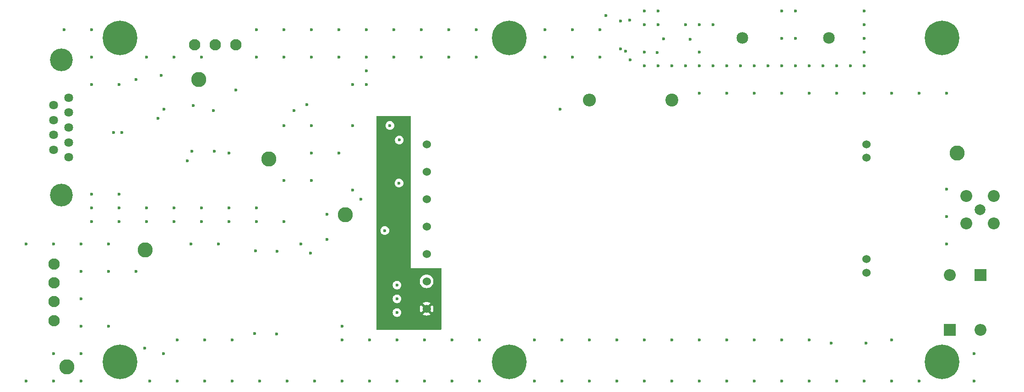
<source format=gbr>
%TF.GenerationSoftware,KiCad,Pcbnew,8.0.6*%
%TF.CreationDate,2025-03-03T14:32:59-05:00*%
%TF.ProjectId,SiPM_Bias_Board,5369504d-5f42-4696-9173-5f426f617264,rev?*%
%TF.SameCoordinates,Original*%
%TF.FileFunction,Copper,L4,Inr*%
%TF.FilePolarity,Positive*%
%FSLAX46Y46*%
G04 Gerber Fmt 4.6, Leading zero omitted, Abs format (unit mm)*
G04 Created by KiCad (PCBNEW 8.0.6) date 2025-03-03 14:32:59*
%MOMM*%
%LPD*%
G01*
G04 APERTURE LIST*
%TA.AperFunction,ComponentPad*%
%ADD10C,6.400000*%
%TD*%
%TA.AperFunction,ComponentPad*%
%ADD11R,2.200000X2.200000*%
%TD*%
%TA.AperFunction,ComponentPad*%
%ADD12O,2.200000X2.200000*%
%TD*%
%TA.AperFunction,ComponentPad*%
%ADD13C,2.800000*%
%TD*%
%TA.AperFunction,ComponentPad*%
%ADD14C,2.006600*%
%TD*%
%TA.AperFunction,ComponentPad*%
%ADD15C,2.209800*%
%TD*%
%TA.AperFunction,ComponentPad*%
%ADD16C,2.159000*%
%TD*%
%TA.AperFunction,ComponentPad*%
%ADD17C,1.524000*%
%TD*%
%TA.AperFunction,ComponentPad*%
%ADD18C,2.100000*%
%TD*%
%TA.AperFunction,ComponentPad*%
%ADD19C,1.635000*%
%TD*%
%TA.AperFunction,ComponentPad*%
%ADD20C,4.216000*%
%TD*%
%TA.AperFunction,ComponentPad*%
%ADD21C,2.400000*%
%TD*%
%TA.AperFunction,ComponentPad*%
%ADD22O,2.400000X2.400000*%
%TD*%
%TA.AperFunction,ViaPad*%
%ADD23C,0.600000*%
%TD*%
G04 APERTURE END LIST*
D10*
%TO.N,CHASSIS*%
%TO.C,H4*%
X228320000Y-127580000D03*
%TD*%
D11*
%TO.N,/SEC_PWR_RTN*%
%TO.C,D1*%
X229775000Y-121655000D03*
D12*
%TO.N,/SiPM_HV_Block/SiPM_HV_RTN*%
X229775000Y-111495000D03*
%TD*%
D13*
%TO.N,/SEC_PWR_TELEM_RTN*%
%TO.C,GND*%
X103820000Y-90060000D03*
%TD*%
%TO.N,/SiPM_HV_Block/REM_ADJ*%
%TO.C,V_{SET}*%
X90910000Y-75270000D03*
%TD*%
D10*
%TO.N,CHASSIS*%
%TO.C,H3*%
X148320000Y-127580000D03*
%TD*%
D14*
%TO.N,/SiPM_HV_Block/SiPM_HV_OUT*%
%TO.C,P_Out*%
X235363000Y-99430000D03*
D15*
%TO.N,/SiPM_HV_Block/SiPM_HV_RTN*%
X237903000Y-96890000D03*
%TO.N,unconnected-(P_Out1-GND-Pad3)*%
X232823000Y-96890000D03*
%TO.N,unconnected-(P_Out1-GND-Pad4)*%
X232823000Y-101970000D03*
%TO.N,unconnected-(P_Out1-GND-Pad5)*%
X237903000Y-101970000D03*
%TD*%
D10*
%TO.N,CHASSIS*%
%TO.C,H2*%
X76320000Y-127580000D03*
%TD*%
D13*
%TO.N,/SiPM_HV_Block/SiPM_HV_RTN*%
%TO.C,V_{OUT_RTN}1*%
X231140000Y-88900000D03*
%TD*%
D16*
%TO.N,Net-(M3-Pad3)*%
%TO.C,P2*%
X191410000Y-67580000D03*
%TD*%
D17*
%TO.N,/SiPM_HV_Block/V_RTN*%
%TO.C,U1*%
X133020000Y-117780000D03*
%TO.N,/SiPM_HV_Block/V_POS*%
X133020000Y-112700000D03*
%TO.N,/SiPM_HV_Block/Curr_Mon*%
X133020000Y-107620000D03*
%TO.N,/SiPM_HV_Block/Enable*%
X133020000Y-102540000D03*
%TO.N,/SEC_PWR_TELEM_RTN*%
X133020000Y-97460000D03*
%TO.N,/SiPM_HV_Block/REM_ADJ*%
X133020000Y-92380000D03*
%TO.N,unconnected-(U1-5V_REF-Pad7)*%
X133020000Y-87300000D03*
%TO.N,/SiPM_HV_Block/SiPM_HV_RTN*%
X214320000Y-87300000D03*
X214320000Y-89800000D03*
%TO.N,/SiPM_HV_Block/SiPM_HV_OUT*%
X214320000Y-108600000D03*
X214320000Y-111100000D03*
%TD*%
D18*
%TO.N,/SEC_PWR_RTN*%
%TO.C,J2*%
X64110000Y-109480000D03*
%TO.N,/SEC_PWR_IN*%
X64110000Y-112980000D03*
%TO.N,/SEC_PWR_RTN*%
X64110000Y-116480000D03*
%TO.N,/SEC_PWR_IN*%
X64110000Y-119980000D03*
%TD*%
D13*
%TO.N,/SiPM_HV_Block/Enable*%
%TO.C,V_{EN}*%
X117980000Y-100350000D03*
%TD*%
D10*
%TO.N,CHASSIS*%
%TO.C,H6*%
X228320000Y-67580000D03*
%TD*%
D13*
%TO.N,/SEC_PWR_RTN*%
%TO.C,GND*%
X80970000Y-106880000D03*
%TD*%
D10*
%TO.N,CHASSIS*%
%TO.C,H1*%
X76320000Y-67580000D03*
%TD*%
D19*
%TO.N,/HV_CURR_MON*%
%TO.C,J3*%
X66880000Y-89730000D03*
%TO.N,/HV_Enable+*%
X66880000Y-86960000D03*
%TO.N,unconnected-(J3-Pad3)*%
X66880000Y-84190000D03*
%TO.N,/SEC_PWR_TELEM_RTN*%
X66880000Y-81420000D03*
X66880000Y-78650000D03*
X64040000Y-88345000D03*
%TO.N,/HV_Enable-*%
X64040000Y-85575000D03*
%TO.N,/HV_VOLT_MON*%
X64040000Y-82805000D03*
%TO.N,/SET_HV*%
X64040000Y-80035000D03*
D20*
%TO.N,CHASSIS*%
X65460000Y-71690000D03*
X65460000Y-96690000D03*
%TD*%
D16*
%TO.N,Net-(P1-Pad1)*%
%TO.C,P1*%
X207410000Y-67580000D03*
%TD*%
D10*
%TO.N,CHASSIS*%
%TO.C,H5*%
X148320000Y-67580000D03*
%TD*%
D21*
%TO.N,/SiPM_HV_Block/SiPM_HV_OUT*%
%TO.C,R20*%
X178340000Y-79110000D03*
D22*
%TO.N,Net-(U5-+IN)*%
X163100000Y-79110000D03*
%TD*%
D18*
%TO.N,/SEC_PWR_TELEM_RTN*%
%TO.C,J1*%
X97720400Y-68895600D03*
%TO.N,/SEC_PWR_TELEM*%
X93910400Y-68895600D03*
%TO.N,/SEC_PWR_TELEM_RTN*%
X90100400Y-68895600D03*
%TD*%
D13*
%TO.N,CHASSIS*%
%TO.C,Chassis*%
X66520000Y-128550000D03*
%TD*%
D11*
%TO.N,/SiPM_HV_Block/SiPM_HV_RTN*%
%TO.C,D2*%
X235430000Y-111570000D03*
D12*
%TO.N,/SEC_PWR_RTN*%
X235430000Y-121730000D03*
%TD*%
D23*
%TO.N,/SEC_PWR_RTN*%
X229140000Y-105780000D03*
X234220000Y-131180000D03*
X69120000Y-126100000D03*
X97060000Y-123560000D03*
X224060000Y-77840000D03*
X183420000Y-123560000D03*
X213900000Y-77840000D03*
X203740000Y-131180000D03*
X64040000Y-131180000D03*
X58960000Y-105780000D03*
X69120000Y-110860000D03*
X188500000Y-131180000D03*
X91980000Y-131180000D03*
X127540000Y-115940000D03*
X112300000Y-131180000D03*
X86900000Y-123560000D03*
X127540000Y-118480000D03*
X213900000Y-131180000D03*
X168180000Y-131180000D03*
X229140000Y-100700000D03*
X203740000Y-123560000D03*
X127540000Y-113400000D03*
X97060000Y-131180000D03*
X152940000Y-123560000D03*
X117380000Y-121020000D03*
X64040000Y-105780000D03*
X193580000Y-123560000D03*
X193580000Y-77840000D03*
X64040000Y-126100000D03*
X208820000Y-131180000D03*
X158020000Y-131180000D03*
X89440000Y-105780000D03*
X229140000Y-77840000D03*
X163100000Y-131180000D03*
X69120000Y-131180000D03*
X218980000Y-77840000D03*
X158020000Y-123560000D03*
X198660000Y-77840000D03*
X109760000Y-105780000D03*
X81820000Y-131180000D03*
X86900000Y-131180000D03*
X132620000Y-131180000D03*
X208820000Y-77840000D03*
X218980000Y-123560000D03*
X74200000Y-105780000D03*
X142780000Y-131180000D03*
X224060000Y-131180000D03*
X114610000Y-104910000D03*
X188500000Y-123560000D03*
X80930000Y-125110000D03*
X157690000Y-80770000D03*
X173260000Y-123560000D03*
X142780000Y-123560000D03*
X69120000Y-105780000D03*
X79280000Y-110860000D03*
X69120000Y-121020000D03*
X229140000Y-95620000D03*
X203740000Y-77840000D03*
X183420000Y-131180000D03*
X178340000Y-131180000D03*
X234220000Y-126100000D03*
X58960000Y-131180000D03*
X198660000Y-131180000D03*
X127540000Y-123560000D03*
X132620000Y-123560000D03*
X193580000Y-131180000D03*
X84360000Y-126100000D03*
X122460000Y-131180000D03*
X111520000Y-107480000D03*
X137700000Y-123560000D03*
X94520000Y-105780000D03*
X168180000Y-123560000D03*
X188500000Y-77840000D03*
X163100000Y-123560000D03*
X107220000Y-131180000D03*
X102140000Y-131180000D03*
X152940000Y-131180000D03*
X101400000Y-107080000D03*
X178340000Y-123560000D03*
X117380000Y-123560000D03*
X91980000Y-123560000D03*
X74200000Y-121020000D03*
X69120000Y-115940000D03*
X183420000Y-77840000D03*
X101220000Y-122410000D03*
X198660000Y-123560000D03*
X74200000Y-110860000D03*
X127540000Y-131180000D03*
X122460000Y-123560000D03*
X173260000Y-131180000D03*
X117380000Y-131180000D03*
X137700000Y-131180000D03*
X218980000Y-131180000D03*
%TO.N,/SiPM_HV_Block/V_POS*%
X126238000Y-83820000D03*
X125300000Y-103290000D03*
%TO.N,/SiPM_HV_Block/V_RTN*%
X128430000Y-105110000D03*
X128160000Y-90550000D03*
%TO.N,/SiPM_HV_Block/SiPM_HV_RTN*%
X214230000Y-124190000D03*
%TO.N,CHASSIS*%
X207853278Y-124184243D03*
X105370000Y-107100000D03*
X105270000Y-122420000D03*
%TO.N,/SEC_PWR_TELEM*%
X175625000Y-70340000D03*
X168885000Y-64500000D03*
X89890000Y-80100000D03*
%TO.N,/SEC_PWR_TELEM_RTN*%
X121920000Y-71120000D03*
X101600000Y-99060000D03*
X154940000Y-66040000D03*
X201200000Y-72760000D03*
X191040000Y-72760000D03*
X201200000Y-67680000D03*
X114610000Y-100240000D03*
X127000000Y-71120000D03*
X208820000Y-72760000D03*
X83390000Y-82530000D03*
X142240000Y-66040000D03*
X213900000Y-65140000D03*
X101600000Y-101600000D03*
X91440000Y-101600000D03*
X119380000Y-76200000D03*
X110835400Y-79935600D03*
X160020000Y-71120000D03*
X175800000Y-62600000D03*
X76200000Y-101600000D03*
X86360000Y-101600000D03*
X81280000Y-99060000D03*
X193580000Y-72760000D03*
X71120000Y-96520000D03*
X111760000Y-83820000D03*
X160020000Y-66040000D03*
X76200000Y-76200000D03*
X154940000Y-71120000D03*
X106680000Y-71120000D03*
X71120000Y-99060000D03*
X211360000Y-72760000D03*
X127000000Y-66040000D03*
X120840000Y-97500000D03*
X201200000Y-62600000D03*
X116840000Y-66040000D03*
X71120000Y-76200000D03*
X86360000Y-99060000D03*
X137160000Y-66040000D03*
X137160000Y-71120000D03*
X198660000Y-72760000D03*
X91440000Y-99060000D03*
X116840000Y-88900000D03*
X93620000Y-81060000D03*
X119380000Y-83820000D03*
X173260000Y-70220000D03*
X83970000Y-74510000D03*
X116840000Y-71120000D03*
X97720000Y-77260000D03*
X111760000Y-88900000D03*
X166205000Y-63420000D03*
X173260000Y-72760000D03*
X183420000Y-72760000D03*
X66040000Y-66040000D03*
X111760000Y-71120000D03*
X75120000Y-85120000D03*
X198660000Y-67680000D03*
X96520000Y-99060000D03*
X71120000Y-101600000D03*
X213900000Y-62600000D03*
X111760000Y-93980000D03*
X188500000Y-72760000D03*
X101600000Y-66040000D03*
X71120000Y-71120000D03*
X81280000Y-101600000D03*
X119361200Y-95823200D03*
X93800000Y-88630000D03*
X86360000Y-71120000D03*
X142240000Y-71120000D03*
X76200000Y-96520000D03*
X165100000Y-66040000D03*
X76200000Y-99060000D03*
X79280000Y-75300000D03*
X121920000Y-66040000D03*
X180880000Y-72760000D03*
X213900000Y-70220000D03*
X132080000Y-71120000D03*
X169845000Y-70040000D03*
X106680000Y-93980000D03*
X213900000Y-72760000D03*
X206280000Y-72760000D03*
X196120000Y-72760000D03*
X165100000Y-71120000D03*
X173260000Y-62600000D03*
X203740000Y-72760000D03*
X181750000Y-67807000D03*
X96520000Y-101600000D03*
X106680000Y-66040000D03*
X132080000Y-66040000D03*
X198660000Y-62600000D03*
X180880000Y-65140000D03*
X213900000Y-67680000D03*
X175800000Y-72760000D03*
X91440000Y-71120000D03*
X106680000Y-83820000D03*
X121920000Y-73660000D03*
X183420000Y-70220000D03*
X71120000Y-66040000D03*
X173260000Y-65140000D03*
X175800000Y-65140000D03*
X106680000Y-101600000D03*
X111760000Y-66040000D03*
X183420000Y-65140000D03*
X121920000Y-76200000D03*
X178340000Y-72760000D03*
X96520000Y-88900000D03*
X185960000Y-65140000D03*
X81280000Y-71120000D03*
X185960000Y-72760000D03*
X84480000Y-80770000D03*
X101600000Y-71120000D03*
%TO.N,/HV_VOLT_MON*%
X88790000Y-90350000D03*
%TO.N,Net-(M2-Pad1)*%
X127965200Y-86512400D03*
X127914400Y-94488000D03*
%TO.N,Net-(M3-Pad1)*%
X176875000Y-67760000D03*
%TO.N,/V3p3*%
X108490000Y-81015000D03*
X89600000Y-88630000D03*
X76680000Y-85110000D03*
%TO.N,Net-(U5-OUT)*%
X168905000Y-69650000D03*
%TO.N,Net-(U5--IN)*%
X170535000Y-64290000D03*
%TO.N,Net-(U5-+IN)*%
X170635000Y-71670000D03*
%TD*%
%TA.AperFunction,Conductor*%
%TO.N,/SiPM_HV_Block/V_RTN*%
G36*
X130023039Y-82050685D02*
G01*
X130068794Y-82103489D01*
X130080000Y-82155000D01*
X130080000Y-110225000D01*
X135671000Y-110225000D01*
X135738039Y-110244685D01*
X135783794Y-110297489D01*
X135795000Y-110349000D01*
X135795000Y-121531000D01*
X135775315Y-121598039D01*
X135722511Y-121643794D01*
X135671000Y-121655000D01*
X123854000Y-121655000D01*
X123786961Y-121635315D01*
X123741206Y-121582511D01*
X123730000Y-121531000D01*
X123730000Y-118479996D01*
X126734435Y-118479996D01*
X126734435Y-118480003D01*
X126754630Y-118659249D01*
X126754631Y-118659254D01*
X126814211Y-118829523D01*
X126902746Y-118970424D01*
X126910184Y-118982262D01*
X127037738Y-119109816D01*
X127190478Y-119205789D01*
X127360745Y-119265368D01*
X127360750Y-119265369D01*
X127539996Y-119285565D01*
X127540000Y-119285565D01*
X127540004Y-119285565D01*
X127719249Y-119265369D01*
X127719252Y-119265368D01*
X127719255Y-119265368D01*
X127889522Y-119205789D01*
X128042262Y-119109816D01*
X128169816Y-118982262D01*
X128265789Y-118829522D01*
X128325368Y-118659255D01*
X128345565Y-118480000D01*
X128338062Y-118413411D01*
X128325369Y-118300750D01*
X128325368Y-118300745D01*
X128265788Y-118130476D01*
X128169815Y-117977737D01*
X128042262Y-117850184D01*
X127930564Y-117779999D01*
X131753179Y-117779999D01*
X131753179Y-117780000D01*
X131772424Y-117999976D01*
X131772426Y-117999986D01*
X131829575Y-118213270D01*
X131829580Y-118213284D01*
X131922898Y-118413405D01*
X131922901Y-118413411D01*
X131968258Y-118478187D01*
X131968259Y-118478188D01*
X132639000Y-117807447D01*
X132639000Y-117830160D01*
X132664964Y-117927061D01*
X132715124Y-118013940D01*
X132786060Y-118084876D01*
X132872939Y-118135036D01*
X132969840Y-118161000D01*
X132992553Y-118161000D01*
X132321810Y-118831740D01*
X132386590Y-118877099D01*
X132386592Y-118877100D01*
X132586715Y-118970419D01*
X132586729Y-118970424D01*
X132800013Y-119027573D01*
X132800023Y-119027575D01*
X133019999Y-119046821D01*
X133020001Y-119046821D01*
X133239976Y-119027575D01*
X133239986Y-119027573D01*
X133453270Y-118970424D01*
X133453284Y-118970419D01*
X133653407Y-118877100D01*
X133653417Y-118877094D01*
X133718188Y-118831741D01*
X133047448Y-118161000D01*
X133070160Y-118161000D01*
X133167061Y-118135036D01*
X133253940Y-118084876D01*
X133324876Y-118013940D01*
X133375036Y-117927061D01*
X133401000Y-117830160D01*
X133401000Y-117807447D01*
X134071741Y-118478188D01*
X134117094Y-118413417D01*
X134117100Y-118413407D01*
X134210419Y-118213284D01*
X134210424Y-118213270D01*
X134267573Y-117999986D01*
X134267575Y-117999976D01*
X134286821Y-117780000D01*
X134286821Y-117779999D01*
X134267575Y-117560023D01*
X134267573Y-117560013D01*
X134210424Y-117346729D01*
X134210420Y-117346720D01*
X134117096Y-117146586D01*
X134071741Y-117081811D01*
X134071740Y-117081810D01*
X133401000Y-117752551D01*
X133401000Y-117729840D01*
X133375036Y-117632939D01*
X133324876Y-117546060D01*
X133253940Y-117475124D01*
X133167061Y-117424964D01*
X133070160Y-117399000D01*
X133047448Y-117399000D01*
X133718188Y-116728259D01*
X133718187Y-116728258D01*
X133653411Y-116682901D01*
X133653405Y-116682898D01*
X133453284Y-116589580D01*
X133453270Y-116589575D01*
X133239986Y-116532426D01*
X133239976Y-116532424D01*
X133020001Y-116513179D01*
X133019999Y-116513179D01*
X132800023Y-116532424D01*
X132800013Y-116532426D01*
X132586729Y-116589575D01*
X132586720Y-116589579D01*
X132386590Y-116682901D01*
X132321811Y-116728258D01*
X132992553Y-117399000D01*
X132969840Y-117399000D01*
X132872939Y-117424964D01*
X132786060Y-117475124D01*
X132715124Y-117546060D01*
X132664964Y-117632939D01*
X132639000Y-117729840D01*
X132639000Y-117752553D01*
X131968258Y-117081811D01*
X131922901Y-117146590D01*
X131829579Y-117346720D01*
X131829575Y-117346729D01*
X131772426Y-117560013D01*
X131772424Y-117560023D01*
X131753179Y-117779999D01*
X127930564Y-117779999D01*
X127889523Y-117754211D01*
X127719254Y-117694631D01*
X127719249Y-117694630D01*
X127540004Y-117674435D01*
X127539996Y-117674435D01*
X127360750Y-117694630D01*
X127360745Y-117694631D01*
X127190476Y-117754211D01*
X127037737Y-117850184D01*
X126910184Y-117977737D01*
X126814211Y-118130476D01*
X126754631Y-118300745D01*
X126754630Y-118300750D01*
X126734435Y-118479996D01*
X123730000Y-118479996D01*
X123730000Y-115939996D01*
X126734435Y-115939996D01*
X126734435Y-115940003D01*
X126754630Y-116119249D01*
X126754631Y-116119254D01*
X126814211Y-116289523D01*
X126910184Y-116442262D01*
X127037738Y-116569816D01*
X127190478Y-116665789D01*
X127360745Y-116725368D01*
X127360750Y-116725369D01*
X127539996Y-116745565D01*
X127540000Y-116745565D01*
X127540004Y-116745565D01*
X127719249Y-116725369D01*
X127719252Y-116725368D01*
X127719255Y-116725368D01*
X127889522Y-116665789D01*
X128042262Y-116569816D01*
X128169816Y-116442262D01*
X128265789Y-116289522D01*
X128325368Y-116119255D01*
X128345565Y-115940000D01*
X128325368Y-115760745D01*
X128265789Y-115590478D01*
X128169816Y-115437738D01*
X128042262Y-115310184D01*
X127889523Y-115214211D01*
X127719254Y-115154631D01*
X127719249Y-115154630D01*
X127540004Y-115134435D01*
X127539996Y-115134435D01*
X127360750Y-115154630D01*
X127360745Y-115154631D01*
X127190476Y-115214211D01*
X127037737Y-115310184D01*
X126910184Y-115437737D01*
X126814211Y-115590476D01*
X126754631Y-115760745D01*
X126754630Y-115760750D01*
X126734435Y-115939996D01*
X123730000Y-115939996D01*
X123730000Y-113399996D01*
X126734435Y-113399996D01*
X126734435Y-113400003D01*
X126754630Y-113579249D01*
X126754631Y-113579254D01*
X126814211Y-113749523D01*
X126844377Y-113797531D01*
X126910184Y-113902262D01*
X127037738Y-114029816D01*
X127190478Y-114125789D01*
X127360745Y-114185368D01*
X127360750Y-114185369D01*
X127539996Y-114205565D01*
X127540000Y-114205565D01*
X127540004Y-114205565D01*
X127719249Y-114185369D01*
X127719252Y-114185368D01*
X127719255Y-114185368D01*
X127889522Y-114125789D01*
X128042262Y-114029816D01*
X128169816Y-113902262D01*
X128265789Y-113749522D01*
X128325368Y-113579255D01*
X128325369Y-113579249D01*
X128345565Y-113400003D01*
X128345565Y-113399996D01*
X128325369Y-113220750D01*
X128325368Y-113220745D01*
X128265789Y-113050478D01*
X128169816Y-112897738D01*
X128042262Y-112770184D01*
X127930561Y-112699997D01*
X131752677Y-112699997D01*
X131752677Y-112700002D01*
X131771929Y-112920062D01*
X131771930Y-112920070D01*
X131829104Y-113133445D01*
X131829105Y-113133447D01*
X131829106Y-113133450D01*
X131922466Y-113333662D01*
X131922468Y-113333666D01*
X132049170Y-113514615D01*
X132049175Y-113514621D01*
X132205378Y-113670824D01*
X132205384Y-113670829D01*
X132386333Y-113797531D01*
X132386335Y-113797532D01*
X132386338Y-113797534D01*
X132586550Y-113890894D01*
X132799932Y-113948070D01*
X132957123Y-113961822D01*
X133019998Y-113967323D01*
X133020000Y-113967323D01*
X133020002Y-113967323D01*
X133075017Y-113962509D01*
X133240068Y-113948070D01*
X133453450Y-113890894D01*
X133653662Y-113797534D01*
X133834620Y-113670826D01*
X133990826Y-113514620D01*
X134117534Y-113333662D01*
X134210894Y-113133450D01*
X134268070Y-112920068D01*
X134287323Y-112700000D01*
X134268070Y-112479932D01*
X134210894Y-112266550D01*
X134117534Y-112066339D01*
X133990826Y-111885380D01*
X133834620Y-111729174D01*
X133834616Y-111729171D01*
X133834615Y-111729170D01*
X133653666Y-111602468D01*
X133653662Y-111602466D01*
X133653660Y-111602465D01*
X133453450Y-111509106D01*
X133453447Y-111509105D01*
X133453445Y-111509104D01*
X133240070Y-111451930D01*
X133240062Y-111451929D01*
X133020002Y-111432677D01*
X133019998Y-111432677D01*
X132799937Y-111451929D01*
X132799929Y-111451930D01*
X132586554Y-111509104D01*
X132586548Y-111509107D01*
X132386340Y-111602465D01*
X132386338Y-111602466D01*
X132205377Y-111729175D01*
X132049175Y-111885377D01*
X131922466Y-112066338D01*
X131922465Y-112066340D01*
X131829107Y-112266548D01*
X131829104Y-112266554D01*
X131771930Y-112479929D01*
X131771929Y-112479937D01*
X131752677Y-112699997D01*
X127930561Y-112699997D01*
X127889523Y-112674211D01*
X127719254Y-112614631D01*
X127719249Y-112614630D01*
X127540004Y-112594435D01*
X127539996Y-112594435D01*
X127360750Y-112614630D01*
X127360745Y-112614631D01*
X127190476Y-112674211D01*
X127037737Y-112770184D01*
X126910184Y-112897737D01*
X126814211Y-113050476D01*
X126754631Y-113220745D01*
X126754630Y-113220750D01*
X126734435Y-113399996D01*
X123730000Y-113399996D01*
X123730000Y-103289996D01*
X124494435Y-103289996D01*
X124494435Y-103290003D01*
X124514630Y-103469249D01*
X124514631Y-103469254D01*
X124574211Y-103639523D01*
X124631624Y-103730894D01*
X124670184Y-103792262D01*
X124797738Y-103919816D01*
X124950478Y-104015789D01*
X125120745Y-104075368D01*
X125120750Y-104075369D01*
X125299996Y-104095565D01*
X125300000Y-104095565D01*
X125300004Y-104095565D01*
X125479249Y-104075369D01*
X125479252Y-104075368D01*
X125479255Y-104075368D01*
X125649522Y-104015789D01*
X125802262Y-103919816D01*
X125929816Y-103792262D01*
X126025789Y-103639522D01*
X126085368Y-103469255D01*
X126105565Y-103290000D01*
X126085368Y-103110745D01*
X126025789Y-102940478D01*
X125929816Y-102787738D01*
X125802262Y-102660184D01*
X125649523Y-102564211D01*
X125479254Y-102504631D01*
X125479249Y-102504630D01*
X125300004Y-102484435D01*
X125299996Y-102484435D01*
X125120750Y-102504630D01*
X125120745Y-102504631D01*
X124950476Y-102564211D01*
X124797737Y-102660184D01*
X124670184Y-102787737D01*
X124574211Y-102940476D01*
X124514631Y-103110745D01*
X124514630Y-103110750D01*
X124494435Y-103289996D01*
X123730000Y-103289996D01*
X123730000Y-94487996D01*
X127108835Y-94487996D01*
X127108835Y-94488003D01*
X127129030Y-94667249D01*
X127129031Y-94667254D01*
X127188611Y-94837523D01*
X127284584Y-94990262D01*
X127412138Y-95117816D01*
X127564878Y-95213789D01*
X127735145Y-95273368D01*
X127735150Y-95273369D01*
X127914396Y-95293565D01*
X127914400Y-95293565D01*
X127914404Y-95293565D01*
X128093649Y-95273369D01*
X128093652Y-95273368D01*
X128093655Y-95273368D01*
X128263922Y-95213789D01*
X128416662Y-95117816D01*
X128544216Y-94990262D01*
X128640189Y-94837522D01*
X128699768Y-94667255D01*
X128719965Y-94488000D01*
X128699768Y-94308745D01*
X128640189Y-94138478D01*
X128544216Y-93985738D01*
X128416662Y-93858184D01*
X128263923Y-93762211D01*
X128093654Y-93702631D01*
X128093649Y-93702630D01*
X127914404Y-93682435D01*
X127914396Y-93682435D01*
X127735150Y-93702630D01*
X127735145Y-93702631D01*
X127564876Y-93762211D01*
X127412137Y-93858184D01*
X127284584Y-93985737D01*
X127188611Y-94138476D01*
X127129031Y-94308745D01*
X127129030Y-94308750D01*
X127108835Y-94487996D01*
X123730000Y-94487996D01*
X123730000Y-86512396D01*
X127159635Y-86512396D01*
X127159635Y-86512403D01*
X127179830Y-86691649D01*
X127179831Y-86691654D01*
X127239411Y-86861923D01*
X127335384Y-87014662D01*
X127462938Y-87142216D01*
X127615678Y-87238189D01*
X127785945Y-87297768D01*
X127785950Y-87297769D01*
X127965196Y-87317965D01*
X127965200Y-87317965D01*
X127965204Y-87317965D01*
X128144449Y-87297769D01*
X128144452Y-87297768D01*
X128144455Y-87297768D01*
X128314722Y-87238189D01*
X128467462Y-87142216D01*
X128595016Y-87014662D01*
X128690989Y-86861922D01*
X128750568Y-86691655D01*
X128750569Y-86691649D01*
X128770765Y-86512403D01*
X128770765Y-86512396D01*
X128750569Y-86333150D01*
X128750568Y-86333145D01*
X128690988Y-86162876D01*
X128651782Y-86100480D01*
X128595016Y-86010138D01*
X128467462Y-85882584D01*
X128314723Y-85786611D01*
X128144454Y-85727031D01*
X128144449Y-85727030D01*
X127965204Y-85706835D01*
X127965196Y-85706835D01*
X127785950Y-85727030D01*
X127785945Y-85727031D01*
X127615676Y-85786611D01*
X127462937Y-85882584D01*
X127335384Y-86010137D01*
X127239411Y-86162876D01*
X127179831Y-86333145D01*
X127179830Y-86333150D01*
X127159635Y-86512396D01*
X123730000Y-86512396D01*
X123730000Y-83819996D01*
X125432435Y-83819996D01*
X125432435Y-83820003D01*
X125452630Y-83999249D01*
X125452631Y-83999254D01*
X125512211Y-84169523D01*
X125608184Y-84322262D01*
X125735738Y-84449816D01*
X125888478Y-84545789D01*
X126058745Y-84605368D01*
X126058750Y-84605369D01*
X126237996Y-84625565D01*
X126238000Y-84625565D01*
X126238004Y-84625565D01*
X126417249Y-84605369D01*
X126417252Y-84605368D01*
X126417255Y-84605368D01*
X126587522Y-84545789D01*
X126740262Y-84449816D01*
X126867816Y-84322262D01*
X126963789Y-84169522D01*
X127023368Y-83999255D01*
X127043565Y-83820000D01*
X127023368Y-83640745D01*
X126963789Y-83470478D01*
X126867816Y-83317738D01*
X126740262Y-83190184D01*
X126587523Y-83094211D01*
X126417254Y-83034631D01*
X126417249Y-83034630D01*
X126238004Y-83014435D01*
X126237996Y-83014435D01*
X126058750Y-83034630D01*
X126058745Y-83034631D01*
X125888476Y-83094211D01*
X125735737Y-83190184D01*
X125608184Y-83317737D01*
X125512211Y-83470476D01*
X125452631Y-83640745D01*
X125452630Y-83640750D01*
X125432435Y-83819996D01*
X123730000Y-83819996D01*
X123730000Y-82155000D01*
X123749685Y-82087961D01*
X123802489Y-82042206D01*
X123854000Y-82031000D01*
X129956000Y-82031000D01*
X130023039Y-82050685D01*
G37*
%TD.AperFunction*%
%TD*%
M02*

</source>
